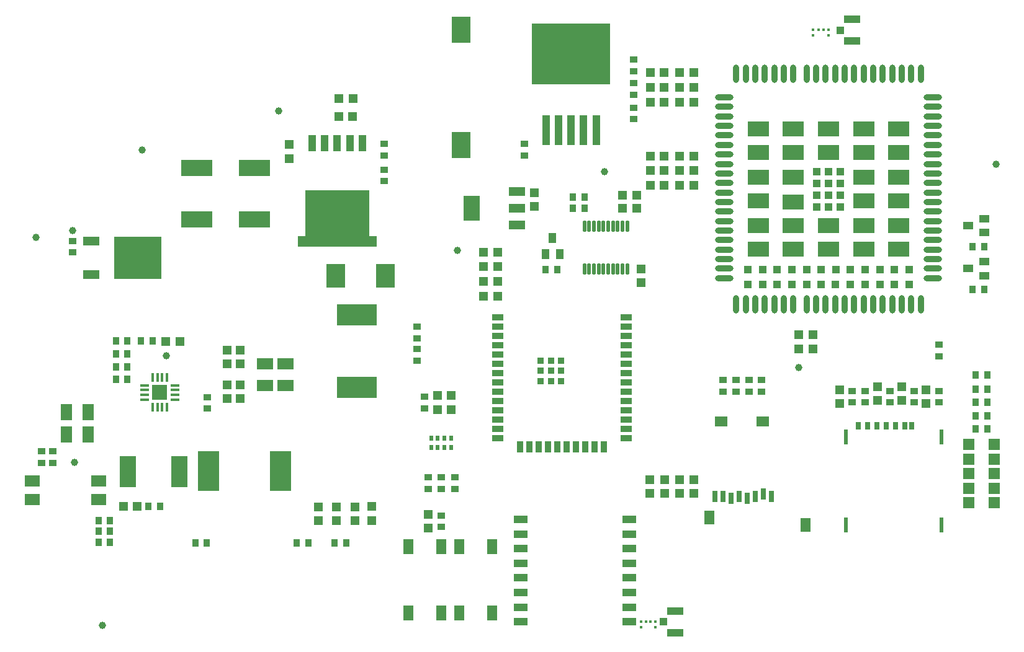
<source format=gtp>
G04*
G04 #@! TF.GenerationSoftware,Altium Limited,Altium Designer,24.5.2 (23)*
G04*
G04 Layer_Color=8421504*
%FSLAX25Y25*%
%MOIN*%
G70*
G04*
G04 #@! TF.SameCoordinates,326569EC-AB97-4657-8C9B-8E87E8CDC543*
G04*
G04*
G04 #@! TF.FilePolarity,Positive*
G04*
G01*
G75*
%ADD15R,0.05118X0.04724*%
%ADD16R,0.04724X0.05118*%
%ADD17C,0.03937*%
%ADD18R,0.04016X0.03701*%
%ADD19R,0.10236X0.14173*%
%ADD20R,0.03701X0.04016*%
%ADD21R,0.01378X0.01575*%
%ADD22R,0.01575X0.01575*%
%ADD23R,0.05512X0.08268*%
%ADD24R,0.05906X0.05906*%
%ADD25R,0.05906X0.03543*%
%ADD26R,0.03543X0.05906*%
%ADD27R,0.03543X0.03543*%
%ADD28R,0.01968X0.03150*%
%ADD29R,0.08661X0.04134*%
%ADD30R,0.04331X0.03937*%
%ADD31R,0.03937X0.05512*%
%ADD32R,0.05512X0.03937*%
%ADD33R,0.07677X0.04134*%
%ADD34R,0.04213X0.08504*%
%ADD35R,0.04100X0.15900*%
%ADD36R,0.08661X0.13780*%
%ADD37R,0.08661X0.04724*%
%ADD38R,0.09843X0.12992*%
%ADD39R,0.11417X0.21260*%
%ADD40R,0.05906X0.08661*%
%ADD41R,0.08661X0.05906*%
%ADD42R,0.08268X0.08268*%
%ADD43R,0.04724X0.01181*%
%ADD44R,0.01181X0.04724*%
%ADD45R,0.08661X0.16929*%
%ADD46R,0.08976X0.04724*%
%ADD47R,0.25197X0.22835*%
%ADD48R,0.08268X0.05906*%
G04:AMPARAMS|DCode=49|XSize=59.06mil|YSize=17.72mil|CornerRadius=1.97mil|HoleSize=0mil|Usage=FLASHONLY|Rotation=270.000|XOffset=0mil|YOffset=0mil|HoleType=Round|Shape=RoundedRectangle|*
%AMROUNDEDRECTD49*
21,1,0.05906,0.01378,0,0,270.0*
21,1,0.05512,0.01772,0,0,270.0*
1,1,0.00394,-0.00689,-0.02756*
1,1,0.00394,-0.00689,0.02756*
1,1,0.00394,0.00689,0.02756*
1,1,0.00394,0.00689,-0.02756*
%
%ADD49ROUNDEDRECTD49*%
G04:AMPARAMS|DCode=50|XSize=98.43mil|YSize=31.5mil|CornerRadius=15.75mil|HoleSize=0mil|Usage=FLASHONLY|Rotation=90.000|XOffset=0mil|YOffset=0mil|HoleType=Round|Shape=RoundedRectangle|*
%AMROUNDEDRECTD50*
21,1,0.09843,0.00000,0,0,90.0*
21,1,0.06693,0.03150,0,0,90.0*
1,1,0.03150,0.00000,0.03347*
1,1,0.03150,0.00000,-0.03347*
1,1,0.03150,0.00000,-0.03347*
1,1,0.03150,0.00000,0.03347*
%
%ADD50ROUNDEDRECTD50*%
G04:AMPARAMS|DCode=51|XSize=98.43mil|YSize=31.5mil|CornerRadius=15.75mil|HoleSize=0mil|Usage=FLASHONLY|Rotation=180.000|XOffset=0mil|YOffset=0mil|HoleType=Round|Shape=RoundedRectangle|*
%AMROUNDEDRECTD51*
21,1,0.09843,0.00000,0,0,180.0*
21,1,0.06693,0.03150,0,0,180.0*
1,1,0.03150,-0.03347,0.00000*
1,1,0.03150,0.03347,0.00000*
1,1,0.03150,0.03347,0.00000*
1,1,0.03150,-0.03347,0.00000*
%
%ADD51ROUNDEDRECTD51*%
%ADD52R,0.04331X0.04331*%
%ADD53R,0.11811X0.07874*%
%ADD54R,0.42300X0.32700*%
%ADD55R,0.03150X0.05906*%
%ADD56R,0.07087X0.05512*%
%ADD57R,0.05512X0.07480*%
%ADD58R,0.21260X0.11417*%
%ADD59R,0.16929X0.08661*%
%ADD60R,0.02284X0.08268*%
%ADD61R,0.02559X0.04449*%
%ADD62R,0.02953X0.04449*%
G36*
X190701Y221346D02*
X194835D01*
Y215559D01*
X152315D01*
Y221346D01*
X156449D01*
Y245756D01*
X190701D01*
Y221346D01*
D02*
G37*
D15*
X114556Y141375D02*
D03*
Y133895D02*
D03*
X114556Y152565D02*
D03*
Y160046D02*
D03*
X121446Y141375D02*
D03*
Y133895D02*
D03*
X121446Y152565D02*
D03*
Y160046D02*
D03*
X279528Y244685D02*
D03*
Y237205D02*
D03*
X336614Y196063D02*
D03*
Y203543D02*
D03*
X341535Y90354D02*
D03*
Y82874D02*
D03*
X349409Y90354D02*
D03*
Y82874D02*
D03*
X357283Y90354D02*
D03*
Y82874D02*
D03*
X365158Y90354D02*
D03*
Y82874D02*
D03*
X222441Y71653D02*
D03*
Y64173D02*
D03*
X227362Y135433D02*
D03*
Y127953D02*
D03*
X234685Y135433D02*
D03*
Y127953D02*
D03*
X191929Y75787D02*
D03*
Y68307D02*
D03*
X183071Y75590D02*
D03*
Y68110D02*
D03*
X147638Y262992D02*
D03*
Y270472D02*
D03*
X173228Y68110D02*
D03*
Y75590D02*
D03*
X163386D02*
D03*
Y68110D02*
D03*
X443291Y138665D02*
D03*
Y131184D02*
D03*
X463592Y132874D02*
D03*
Y140354D02*
D03*
X476779Y132874D02*
D03*
Y140354D02*
D03*
X489854Y131184D02*
D03*
Y138665D02*
D03*
D16*
X81486Y164717D02*
D03*
X88967D02*
D03*
X252165Y212598D02*
D03*
X259646D02*
D03*
X252165Y204724D02*
D03*
X259646D02*
D03*
X252165Y196850D02*
D03*
X259646D02*
D03*
X252165Y188976D02*
D03*
X259646D02*
D03*
X66227Y76021D02*
D03*
X58746D02*
D03*
X428937Y168307D02*
D03*
X421457D02*
D03*
X334329Y236221D02*
D03*
X326849D02*
D03*
X334329Y243155D02*
D03*
X326849D02*
D03*
X341732Y264370D02*
D03*
X349213D02*
D03*
X341732Y256496D02*
D03*
X349213D02*
D03*
X341732Y248622D02*
D03*
X349213D02*
D03*
X364961Y248622D02*
D03*
X357480D02*
D03*
X364961Y256496D02*
D03*
X357480D02*
D03*
X364961Y264370D02*
D03*
X357480D02*
D03*
X349213Y293307D02*
D03*
X341732D02*
D03*
X349213Y301181D02*
D03*
X341732D02*
D03*
X349213Y309055D02*
D03*
X341732D02*
D03*
X357480Y309055D02*
D03*
X364961D02*
D03*
X357480Y301181D02*
D03*
X364961D02*
D03*
X357480Y293307D02*
D03*
X364961D02*
D03*
X181962Y295205D02*
D03*
X174481D02*
D03*
X181890Y285433D02*
D03*
X174409D02*
D03*
X421457Y160433D02*
D03*
X428937D02*
D03*
D17*
X68898Y267717D02*
D03*
X238189Y213583D02*
D03*
X32480Y99410D02*
D03*
X316929Y255906D02*
D03*
X421260Y150591D02*
D03*
X81879Y156882D02*
D03*
X31457Y224317D02*
D03*
X142126Y288386D02*
D03*
X47244Y11811D02*
D03*
X527559Y259842D02*
D03*
X11811Y220472D02*
D03*
D18*
X216535Y166181D02*
D03*
Y172402D02*
D03*
Y154370D02*
D03*
Y160591D02*
D03*
X496673Y156610D02*
D03*
Y162831D02*
D03*
X387795Y143858D02*
D03*
Y137638D02*
D03*
X394685Y143858D02*
D03*
Y137638D02*
D03*
X380906Y143858D02*
D03*
Y137638D02*
D03*
X401575Y143858D02*
D03*
Y137638D02*
D03*
X14764Y99252D02*
D03*
Y105473D02*
D03*
X20669D02*
D03*
Y99252D02*
D03*
X229331Y71024D02*
D03*
Y64803D02*
D03*
X222441Y85276D02*
D03*
Y91496D02*
D03*
X229331Y85276D02*
D03*
Y91496D02*
D03*
X236653Y85276D02*
D03*
Y91496D02*
D03*
X220472Y128583D02*
D03*
Y134803D02*
D03*
X103690Y134677D02*
D03*
Y128457D02*
D03*
X31496Y212441D02*
D03*
Y218661D02*
D03*
X274232Y270827D02*
D03*
Y264606D02*
D03*
X332677Y316102D02*
D03*
Y309882D02*
D03*
Y303465D02*
D03*
Y297244D02*
D03*
Y290354D02*
D03*
Y284134D02*
D03*
X198819Y264606D02*
D03*
Y270827D02*
D03*
Y250827D02*
D03*
Y257047D02*
D03*
X496673Y138035D02*
D03*
Y131814D02*
D03*
X483290Y138035D02*
D03*
Y131814D02*
D03*
X470351Y138035D02*
D03*
Y131814D02*
D03*
X450019Y138035D02*
D03*
Y131814D02*
D03*
X456931Y138035D02*
D03*
Y131814D02*
D03*
D19*
X240158Y270098D02*
D03*
Y332264D02*
D03*
D20*
X522795Y117508D02*
D03*
X516575D02*
D03*
X522795Y146465D02*
D03*
X516575D02*
D03*
X522795Y139020D02*
D03*
X516575D02*
D03*
Y124646D02*
D03*
X522795D02*
D03*
Y131972D02*
D03*
X516575D02*
D03*
X103561Y56102D02*
D03*
X97342D02*
D03*
X151813Y56102D02*
D03*
X158031D02*
D03*
X172087D02*
D03*
X178307D02*
D03*
X306298Y242059D02*
D03*
X300077D02*
D03*
X306298Y236221D02*
D03*
X300077D02*
D03*
X285374Y203255D02*
D03*
X291594D02*
D03*
X521128Y192547D02*
D03*
X514907D02*
D03*
X521128Y215598D02*
D03*
X514907D02*
D03*
X54604Y164756D02*
D03*
X60824D02*
D03*
X60824Y157866D02*
D03*
X54604D02*
D03*
X74359Y164756D02*
D03*
X68138D02*
D03*
X60824Y150976D02*
D03*
X54604D02*
D03*
X78392Y76021D02*
D03*
X72172D02*
D03*
X60824Y144087D02*
D03*
X54604D02*
D03*
X45305Y68262D02*
D03*
X51525D02*
D03*
X51525Y62441D02*
D03*
X45305D02*
D03*
X45305Y56619D02*
D03*
X51525D02*
D03*
D21*
X341831Y13739D02*
D03*
X339272D02*
D03*
X432074Y332087D02*
D03*
X434633D02*
D03*
D22*
X336788Y13739D02*
D03*
Y10983D02*
D03*
X429134Y329331D02*
D03*
Y332087D02*
D03*
X437522Y332087D02*
D03*
Y329331D02*
D03*
X344488Y10983D02*
D03*
Y13739D02*
D03*
D23*
X229331Y54331D02*
D03*
X211614D02*
D03*
Y18504D02*
D03*
X229331D02*
D03*
X239173D02*
D03*
X256890D02*
D03*
Y54331D02*
D03*
X239173D02*
D03*
D24*
X526575Y93504D02*
D03*
X512795D02*
D03*
X526575Y85630D02*
D03*
X512795D02*
D03*
Y77756D02*
D03*
X526575D02*
D03*
X512795Y109252D02*
D03*
X526575D02*
D03*
X512795Y101378D02*
D03*
X526575D02*
D03*
D25*
X259842Y177677D02*
D03*
Y172677D02*
D03*
X259842Y167677D02*
D03*
X259842Y162677D02*
D03*
Y157677D02*
D03*
Y152677D02*
D03*
Y147677D02*
D03*
Y142677D02*
D03*
Y137677D02*
D03*
Y132677D02*
D03*
X259842Y127677D02*
D03*
X259842Y122677D02*
D03*
Y117677D02*
D03*
Y112677D02*
D03*
X328740D02*
D03*
Y117677D02*
D03*
Y122677D02*
D03*
X328740Y127677D02*
D03*
X328740Y132677D02*
D03*
Y137677D02*
D03*
Y142677D02*
D03*
Y147677D02*
D03*
Y152677D02*
D03*
Y157677D02*
D03*
Y162677D02*
D03*
X328740Y167677D02*
D03*
X328740Y172677D02*
D03*
Y177677D02*
D03*
D26*
X271811Y107756D02*
D03*
X276811Y107756D02*
D03*
X281811Y107756D02*
D03*
X286811D02*
D03*
X291811Y107756D02*
D03*
X296811Y107756D02*
D03*
X301811Y107756D02*
D03*
X306811Y107756D02*
D03*
X311811D02*
D03*
X316811Y107756D02*
D03*
D27*
X282874Y154291D02*
D03*
X288386D02*
D03*
X293898D02*
D03*
X282874Y148779D02*
D03*
X288386D02*
D03*
X293898Y148779D02*
D03*
X282874Y143268D02*
D03*
X288386D02*
D03*
X293898D02*
D03*
D28*
X224012Y107677D02*
D03*
X227555D02*
D03*
X231099D02*
D03*
X234642D02*
D03*
Y112401D02*
D03*
X231099D02*
D03*
X227555D02*
D03*
X224012D02*
D03*
D29*
X450198Y337841D02*
D03*
Y326227D02*
D03*
X355217Y19587D02*
D03*
Y7972D02*
D03*
D30*
X443702Y332034D02*
D03*
X348721Y13780D02*
D03*
D31*
X289173Y220276D02*
D03*
X292913Y211614D02*
D03*
X285433D02*
D03*
D32*
X512402Y203740D02*
D03*
X521063Y207480D02*
D03*
Y200000D02*
D03*
X512402Y226916D02*
D03*
X521063Y230656D02*
D03*
Y223175D02*
D03*
D33*
X272047Y68898D02*
D03*
Y61024D02*
D03*
Y53150D02*
D03*
Y45276D02*
D03*
Y37402D02*
D03*
Y29528D02*
D03*
Y21654D02*
D03*
Y13780D02*
D03*
X330315D02*
D03*
Y21654D02*
D03*
Y29528D02*
D03*
Y37402D02*
D03*
Y45276D02*
D03*
Y53150D02*
D03*
Y61024D02*
D03*
Y68898D02*
D03*
D34*
X186961Y271346D02*
D03*
X180268D02*
D03*
X173575D02*
D03*
X166882D02*
D03*
X160189D02*
D03*
D35*
X292520Y278350D02*
D03*
X285827D02*
D03*
X299213D02*
D03*
X305906D02*
D03*
X312598D02*
D03*
D36*
X245669Y236221D02*
D03*
D37*
X270079Y245276D02*
D03*
Y236221D02*
D03*
Y227165D02*
D03*
D38*
X172638Y199803D02*
D03*
X199409D02*
D03*
D39*
X104264Y94874D02*
D03*
X143241D02*
D03*
D40*
X39835Y126428D02*
D03*
X28024D02*
D03*
X39835Y114618D02*
D03*
X28024D02*
D03*
D41*
X145669Y152559D02*
D03*
Y140748D02*
D03*
X134843Y152559D02*
D03*
Y140748D02*
D03*
D42*
X78209Y137185D02*
D03*
D43*
X70138Y133346D02*
D03*
Y135906D02*
D03*
Y138465D02*
D03*
Y141024D02*
D03*
X86279Y138465D02*
D03*
Y135906D02*
D03*
Y133346D02*
D03*
Y141024D02*
D03*
D44*
X74370Y145256D02*
D03*
X76929D02*
D03*
X79488D02*
D03*
X82047D02*
D03*
Y129114D02*
D03*
X79488D02*
D03*
X76929D02*
D03*
X74370D02*
D03*
D45*
X88583Y94488D02*
D03*
X61024D02*
D03*
D46*
X41417Y200590D02*
D03*
Y218701D02*
D03*
D47*
X66417Y209646D02*
D03*
D48*
X9646Y79646D02*
D03*
Y89646D02*
D03*
X45472D02*
D03*
Y79646D02*
D03*
D49*
X329323Y226522D02*
D03*
X326764D02*
D03*
X324205D02*
D03*
X321646D02*
D03*
X319087D02*
D03*
X316528D02*
D03*
X313969D02*
D03*
X311410D02*
D03*
X308851D02*
D03*
X306292D02*
D03*
Y203688D02*
D03*
X308851D02*
D03*
X311410D02*
D03*
X313969D02*
D03*
X316528D02*
D03*
X319087D02*
D03*
X321646D02*
D03*
X324205D02*
D03*
X326764D02*
D03*
X329323D02*
D03*
D50*
X408268Y184449D02*
D03*
X413386D02*
D03*
X418504D02*
D03*
X435827D02*
D03*
X440945D02*
D03*
X446063D02*
D03*
X451181D02*
D03*
X456299D02*
D03*
X461417D02*
D03*
X466536D02*
D03*
X471654D02*
D03*
X476772D02*
D03*
X481890D02*
D03*
X487008D02*
D03*
Y308465D02*
D03*
X481890D02*
D03*
X476772D02*
D03*
X471654D02*
D03*
X466536D02*
D03*
X461417D02*
D03*
X440945D02*
D03*
X435827D02*
D03*
X418504D02*
D03*
X413386D02*
D03*
X408268D02*
D03*
X403150D02*
D03*
X398031D02*
D03*
X392913D02*
D03*
X387795D02*
D03*
X425591D02*
D03*
X430709D02*
D03*
Y184449D02*
D03*
X425591D02*
D03*
X446063Y308465D02*
D03*
X451181D02*
D03*
X456299D02*
D03*
X403150Y184449D02*
D03*
X398031D02*
D03*
X392913D02*
D03*
X387795D02*
D03*
D51*
X493504Y208858D02*
D03*
Y213976D02*
D03*
Y219094D02*
D03*
Y224213D02*
D03*
Y229331D02*
D03*
Y254921D02*
D03*
Y260039D02*
D03*
Y265158D02*
D03*
Y270276D02*
D03*
Y275394D02*
D03*
Y280512D02*
D03*
Y285630D02*
D03*
X493504Y295866D02*
D03*
X381299D02*
D03*
X381299Y290748D02*
D03*
Y285630D02*
D03*
Y280512D02*
D03*
Y275394D02*
D03*
Y270276D02*
D03*
Y265158D02*
D03*
Y234449D02*
D03*
Y229331D02*
D03*
Y224213D02*
D03*
Y219094D02*
D03*
Y213976D02*
D03*
Y208858D02*
D03*
X493504Y203740D02*
D03*
Y198622D02*
D03*
X381299D02*
D03*
Y203740D02*
D03*
Y239567D02*
D03*
Y244685D02*
D03*
Y249803D02*
D03*
Y254921D02*
D03*
Y260039D02*
D03*
X493504Y290748D02*
D03*
Y249803D02*
D03*
Y244685D02*
D03*
Y239567D02*
D03*
Y234449D02*
D03*
D52*
X431102Y249606D02*
D03*
X443701Y243307D02*
D03*
X431102Y237008D02*
D03*
X394094Y203150D02*
D03*
X409842D02*
D03*
X425591D02*
D03*
X433465D02*
D03*
X441339D02*
D03*
X449213D02*
D03*
X457087D02*
D03*
X457087Y195276D02*
D03*
X464961D02*
D03*
X480709D02*
D03*
X472835D02*
D03*
X449213D02*
D03*
X440945D02*
D03*
X433465D02*
D03*
X425591D02*
D03*
X417717D02*
D03*
X409842D02*
D03*
X401968D02*
D03*
X394094D02*
D03*
X480709Y203150D02*
D03*
X472835D02*
D03*
X464961D02*
D03*
X417717D02*
D03*
X401968D02*
D03*
X443701Y237008D02*
D03*
X437402D02*
D03*
Y243307D02*
D03*
X431102D02*
D03*
X443701Y249606D02*
D03*
X437402D02*
D03*
X443701Y255906D02*
D03*
X437402D02*
D03*
X431102D02*
D03*
D53*
X399606Y278740D02*
D03*
X418504D02*
D03*
X437402D02*
D03*
X456299D02*
D03*
X475197D02*
D03*
X399606Y266142D02*
D03*
X418504D02*
D03*
X437402D02*
D03*
X456299D02*
D03*
X475197D02*
D03*
X399606Y252756D02*
D03*
X418504D02*
D03*
X456299D02*
D03*
X475197D02*
D03*
X399606Y240158D02*
D03*
X418504Y239567D02*
D03*
X456299Y240158D02*
D03*
X475197D02*
D03*
X399606Y226772D02*
D03*
X418504D02*
D03*
X437402D02*
D03*
X456299D02*
D03*
X475197D02*
D03*
X399606Y214173D02*
D03*
X418504D02*
D03*
X437402D02*
D03*
X456299D02*
D03*
X475197D02*
D03*
D54*
X299213Y319094D02*
D03*
D55*
X385197Y80315D02*
D03*
X393858D02*
D03*
X402520Y82677D02*
D03*
X406850Y81102D02*
D03*
X376535D02*
D03*
X380866D02*
D03*
X389528D02*
D03*
X398189D02*
D03*
D56*
X402165Y121653D02*
D03*
X379724D02*
D03*
D57*
X425197Y65945D02*
D03*
X373425Y69882D02*
D03*
D58*
X184055Y178937D02*
D03*
Y139961D02*
D03*
D59*
X98110Y230315D02*
D03*
Y257874D02*
D03*
X128937Y230315D02*
D03*
Y257874D02*
D03*
D60*
X446850Y113218D02*
D03*
Y65974D02*
D03*
X498032D02*
D03*
Y113218D02*
D03*
D61*
X482205Y119065D02*
D03*
D62*
X458465D02*
D03*
X468465D02*
D03*
X478465D02*
D03*
X453465D02*
D03*
X463465D02*
D03*
X473465D02*
D03*
M02*

</source>
